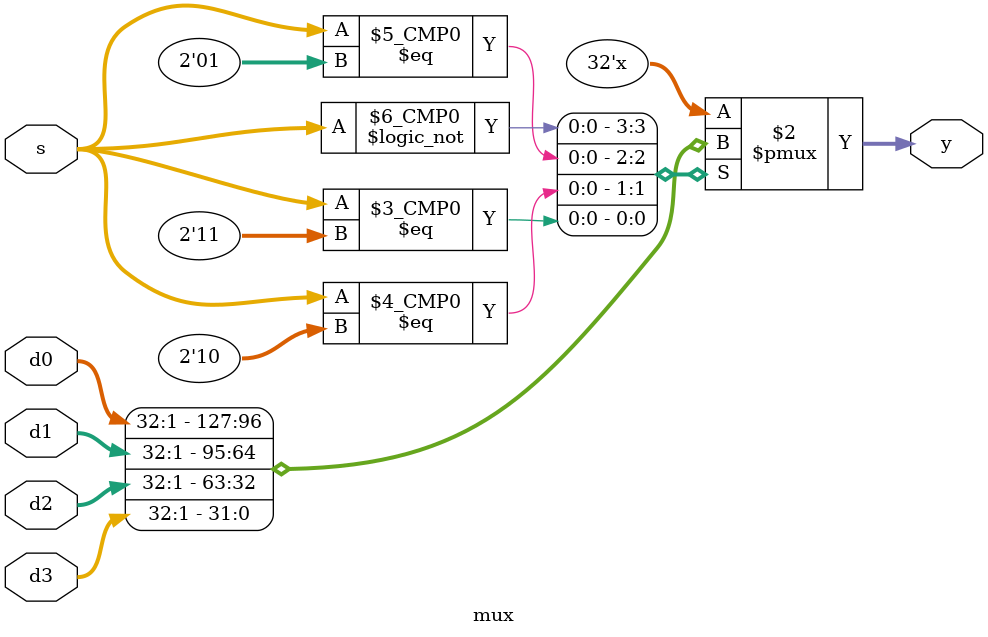
<source format=v>
module mux(s, d0, d1, d2, d3, y);
  parameter num_of_ways = 4, length = 32, siglen = 1;
  input [1:0]s;
  input [length:1]d0;
  input [length:1]d1;
  input [length:1]d2;
  input [length:1]d3;
  output reg [length:1]y;
  always@(s or d0 or d2 or d3 or d1)
  begin
    case (s)
      0:
        y <= d0;
      1:
        y <= d1;
      2:
        y <= d2;
      3:
        y <= d3;
    endcase
  end
endmodule
</source>
